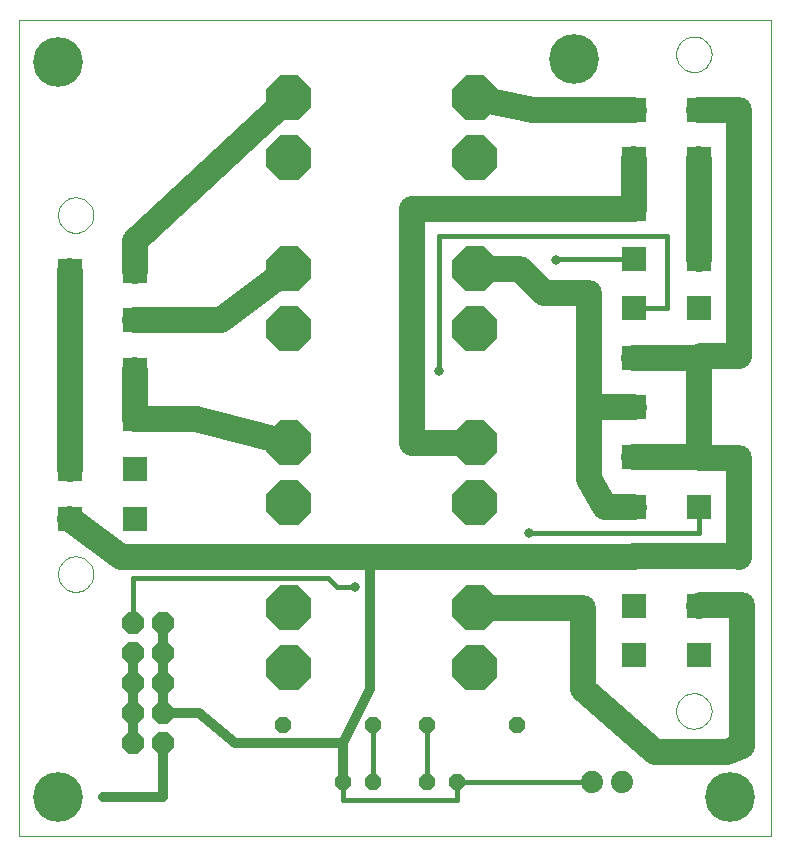
<source format=gbl>
G75*
G70*
%OFA0B0*%
%FSLAX24Y24*%
%IPPOS*%
%LPD*%
%AMOC8*
5,1,8,0,0,1.08239X$1,22.5*
%
%ADD10C,0.0000*%
%ADD11R,0.0827X0.0827*%
%ADD12OC8,0.1500*%
%ADD13OC8,0.0520*%
%ADD14C,0.0740*%
%ADD15OC8,0.0740*%
%ADD16C,0.0860*%
%ADD17C,0.0160*%
%ADD18C,0.0320*%
%ADD19C,0.0317*%
%ADD20C,0.1660*%
D10*
X000100Y000100D02*
X000100Y027296D01*
X025170Y027296D01*
X025170Y000100D01*
X000100Y000100D01*
X001407Y008816D02*
X001409Y008864D01*
X001415Y008912D01*
X001425Y008959D01*
X001438Y009005D01*
X001456Y009050D01*
X001476Y009094D01*
X001501Y009136D01*
X001529Y009175D01*
X001559Y009212D01*
X001593Y009246D01*
X001630Y009278D01*
X001668Y009307D01*
X001709Y009332D01*
X001752Y009354D01*
X001797Y009372D01*
X001843Y009386D01*
X001890Y009397D01*
X001938Y009404D01*
X001986Y009407D01*
X002034Y009406D01*
X002082Y009401D01*
X002130Y009392D01*
X002176Y009380D01*
X002221Y009363D01*
X002265Y009343D01*
X002307Y009320D01*
X002347Y009293D01*
X002385Y009263D01*
X002420Y009230D01*
X002452Y009194D01*
X002482Y009156D01*
X002508Y009115D01*
X002530Y009072D01*
X002550Y009028D01*
X002565Y008983D01*
X002577Y008936D01*
X002585Y008888D01*
X002589Y008840D01*
X002589Y008792D01*
X002585Y008744D01*
X002577Y008696D01*
X002565Y008649D01*
X002550Y008604D01*
X002530Y008560D01*
X002508Y008517D01*
X002482Y008476D01*
X002452Y008438D01*
X002420Y008402D01*
X002385Y008369D01*
X002347Y008339D01*
X002307Y008312D01*
X002265Y008289D01*
X002221Y008269D01*
X002176Y008252D01*
X002130Y008240D01*
X002082Y008231D01*
X002034Y008226D01*
X001986Y008225D01*
X001938Y008228D01*
X001890Y008235D01*
X001843Y008246D01*
X001797Y008260D01*
X001752Y008278D01*
X001709Y008300D01*
X001668Y008325D01*
X001630Y008354D01*
X001593Y008386D01*
X001559Y008420D01*
X001529Y008457D01*
X001501Y008496D01*
X001476Y008538D01*
X001456Y008582D01*
X001438Y008627D01*
X001425Y008673D01*
X001415Y008720D01*
X001409Y008768D01*
X001407Y008816D01*
X001407Y020784D02*
X001409Y020832D01*
X001415Y020880D01*
X001425Y020927D01*
X001438Y020973D01*
X001456Y021018D01*
X001476Y021062D01*
X001501Y021104D01*
X001529Y021143D01*
X001559Y021180D01*
X001593Y021214D01*
X001630Y021246D01*
X001668Y021275D01*
X001709Y021300D01*
X001752Y021322D01*
X001797Y021340D01*
X001843Y021354D01*
X001890Y021365D01*
X001938Y021372D01*
X001986Y021375D01*
X002034Y021374D01*
X002082Y021369D01*
X002130Y021360D01*
X002176Y021348D01*
X002221Y021331D01*
X002265Y021311D01*
X002307Y021288D01*
X002347Y021261D01*
X002385Y021231D01*
X002420Y021198D01*
X002452Y021162D01*
X002482Y021124D01*
X002508Y021083D01*
X002530Y021040D01*
X002550Y020996D01*
X002565Y020951D01*
X002577Y020904D01*
X002585Y020856D01*
X002589Y020808D01*
X002589Y020760D01*
X002585Y020712D01*
X002577Y020664D01*
X002565Y020617D01*
X002550Y020572D01*
X002530Y020528D01*
X002508Y020485D01*
X002482Y020444D01*
X002452Y020406D01*
X002420Y020370D01*
X002385Y020337D01*
X002347Y020307D01*
X002307Y020280D01*
X002265Y020257D01*
X002221Y020237D01*
X002176Y020220D01*
X002130Y020208D01*
X002082Y020199D01*
X002034Y020194D01*
X001986Y020193D01*
X001938Y020196D01*
X001890Y020203D01*
X001843Y020214D01*
X001797Y020228D01*
X001752Y020246D01*
X001709Y020268D01*
X001668Y020293D01*
X001630Y020322D01*
X001593Y020354D01*
X001559Y020388D01*
X001529Y020425D01*
X001501Y020464D01*
X001476Y020506D01*
X001456Y020550D01*
X001438Y020595D01*
X001425Y020641D01*
X001415Y020688D01*
X001409Y020736D01*
X001407Y020784D01*
X022011Y026145D02*
X022013Y026193D01*
X022019Y026241D01*
X022029Y026288D01*
X022042Y026334D01*
X022060Y026379D01*
X022080Y026423D01*
X022105Y026465D01*
X022133Y026504D01*
X022163Y026541D01*
X022197Y026575D01*
X022234Y026607D01*
X022272Y026636D01*
X022313Y026661D01*
X022356Y026683D01*
X022401Y026701D01*
X022447Y026715D01*
X022494Y026726D01*
X022542Y026733D01*
X022590Y026736D01*
X022638Y026735D01*
X022686Y026730D01*
X022734Y026721D01*
X022780Y026709D01*
X022825Y026692D01*
X022869Y026672D01*
X022911Y026649D01*
X022951Y026622D01*
X022989Y026592D01*
X023024Y026559D01*
X023056Y026523D01*
X023086Y026485D01*
X023112Y026444D01*
X023134Y026401D01*
X023154Y026357D01*
X023169Y026312D01*
X023181Y026265D01*
X023189Y026217D01*
X023193Y026169D01*
X023193Y026121D01*
X023189Y026073D01*
X023181Y026025D01*
X023169Y025978D01*
X023154Y025933D01*
X023134Y025889D01*
X023112Y025846D01*
X023086Y025805D01*
X023056Y025767D01*
X023024Y025731D01*
X022989Y025698D01*
X022951Y025668D01*
X022911Y025641D01*
X022869Y025618D01*
X022825Y025598D01*
X022780Y025581D01*
X022734Y025569D01*
X022686Y025560D01*
X022638Y025555D01*
X022590Y025554D01*
X022542Y025557D01*
X022494Y025564D01*
X022447Y025575D01*
X022401Y025589D01*
X022356Y025607D01*
X022313Y025629D01*
X022272Y025654D01*
X022234Y025683D01*
X022197Y025715D01*
X022163Y025749D01*
X022133Y025786D01*
X022105Y025825D01*
X022080Y025867D01*
X022060Y025911D01*
X022042Y025956D01*
X022029Y026002D01*
X022019Y026049D01*
X022013Y026097D01*
X022011Y026145D01*
X022011Y004255D02*
X022013Y004303D01*
X022019Y004351D01*
X022029Y004398D01*
X022042Y004444D01*
X022060Y004489D01*
X022080Y004533D01*
X022105Y004575D01*
X022133Y004614D01*
X022163Y004651D01*
X022197Y004685D01*
X022234Y004717D01*
X022272Y004746D01*
X022313Y004771D01*
X022356Y004793D01*
X022401Y004811D01*
X022447Y004825D01*
X022494Y004836D01*
X022542Y004843D01*
X022590Y004846D01*
X022638Y004845D01*
X022686Y004840D01*
X022734Y004831D01*
X022780Y004819D01*
X022825Y004802D01*
X022869Y004782D01*
X022911Y004759D01*
X022951Y004732D01*
X022989Y004702D01*
X023024Y004669D01*
X023056Y004633D01*
X023086Y004595D01*
X023112Y004554D01*
X023134Y004511D01*
X023154Y004467D01*
X023169Y004422D01*
X023181Y004375D01*
X023189Y004327D01*
X023193Y004279D01*
X023193Y004231D01*
X023189Y004183D01*
X023181Y004135D01*
X023169Y004088D01*
X023154Y004043D01*
X023134Y003999D01*
X023112Y003956D01*
X023086Y003915D01*
X023056Y003877D01*
X023024Y003841D01*
X022989Y003808D01*
X022951Y003778D01*
X022911Y003751D01*
X022869Y003728D01*
X022825Y003708D01*
X022780Y003691D01*
X022734Y003679D01*
X022686Y003670D01*
X022638Y003665D01*
X022590Y003664D01*
X022542Y003667D01*
X022494Y003674D01*
X022447Y003685D01*
X022401Y003699D01*
X022356Y003717D01*
X022313Y003739D01*
X022272Y003764D01*
X022234Y003793D01*
X022197Y003825D01*
X022163Y003859D01*
X022133Y003896D01*
X022105Y003935D01*
X022080Y003977D01*
X022060Y004021D01*
X022042Y004066D01*
X022029Y004112D01*
X022019Y004159D01*
X022013Y004207D01*
X022011Y004255D01*
D11*
X022783Y006106D03*
X022783Y007759D03*
X022783Y009413D03*
X022783Y011066D03*
X022783Y012720D03*
X022783Y014373D03*
X022783Y016027D03*
X022783Y017680D03*
X022783Y019334D03*
X022783Y020987D03*
X022783Y022641D03*
X022783Y024294D03*
X020617Y024294D03*
X020617Y022641D03*
X020617Y020987D03*
X020617Y019334D03*
X020617Y017680D03*
X020617Y016027D03*
X020617Y014373D03*
X020617Y012720D03*
X020617Y011066D03*
X020617Y009413D03*
X020617Y007759D03*
X020617Y006106D03*
X003983Y010666D03*
X003983Y012320D03*
X003983Y013973D03*
X003983Y015627D03*
X003983Y017280D03*
X003983Y018934D03*
X001817Y018934D03*
X001817Y017280D03*
X001817Y015627D03*
X001817Y013973D03*
X001817Y012320D03*
X001817Y010666D03*
D12*
X009100Y011200D03*
X009100Y013200D03*
X009100Y017000D03*
X009100Y019000D03*
X009100Y022700D03*
X009100Y024700D03*
X015300Y024700D03*
X015300Y022700D03*
X015300Y019000D03*
X015300Y017000D03*
X015300Y013200D03*
X015300Y011200D03*
X015300Y007700D03*
X015300Y005700D03*
X009100Y005700D03*
X009100Y007700D03*
D13*
X008900Y003800D03*
X010900Y001900D03*
X011900Y001900D03*
X013700Y001900D03*
X014700Y001900D03*
X013700Y003800D03*
X011900Y003800D03*
X016700Y003800D03*
D14*
X019200Y001900D03*
X020200Y001900D03*
D15*
X004900Y003200D03*
X004900Y004200D03*
X004900Y005200D03*
X004900Y006200D03*
X004900Y007200D03*
X003900Y007200D03*
X003900Y006200D03*
X003900Y005200D03*
X003900Y004200D03*
X003900Y003200D03*
D16*
X003500Y009400D02*
X001817Y010666D01*
X001817Y012320D02*
X001817Y013973D01*
X001817Y015627D01*
X001817Y017280D01*
X001817Y018934D01*
X003983Y018934D02*
X003983Y019913D01*
X009100Y024700D01*
X013200Y020987D02*
X013200Y013200D01*
X015300Y013200D01*
X011800Y009400D02*
X003500Y009400D01*
X003983Y013973D02*
X005997Y013973D01*
X009100Y013200D01*
X011800Y009400D02*
X020605Y009400D01*
X020617Y009413D01*
X022783Y009413D01*
X024087Y009413D01*
X024100Y009400D01*
X024100Y012700D01*
X022802Y012700D01*
X022783Y012720D01*
X022783Y014373D01*
X022783Y016027D01*
X022856Y016100D01*
X024100Y016100D01*
X024100Y024300D01*
X024094Y024294D01*
X022783Y024294D01*
X022783Y022641D02*
X022783Y020987D01*
X022783Y019334D01*
X020617Y020987D02*
X020617Y022641D01*
X020617Y024294D02*
X017224Y024294D01*
X015300Y024700D01*
X013200Y020987D02*
X020617Y020987D01*
X019100Y018200D02*
X019100Y014400D01*
X019100Y012000D01*
X019634Y011066D01*
X020617Y011066D01*
X020617Y012720D02*
X022783Y012720D01*
X020617Y014400D02*
X019100Y014400D01*
X020617Y016027D02*
X022783Y016027D01*
X019100Y018200D02*
X017600Y018200D01*
X016800Y019000D01*
X015300Y019000D01*
X009100Y019000D02*
X006850Y017280D01*
X003983Y017280D01*
X003983Y015627D02*
X003983Y013973D01*
X015300Y007700D02*
X018900Y007700D01*
X018900Y005000D01*
X021300Y002900D01*
X023700Y002900D01*
X024200Y003100D01*
X024200Y007800D01*
X022824Y007800D01*
X022783Y007759D01*
D17*
X022783Y010200D02*
X017100Y010200D01*
X020617Y014373D02*
X020617Y014400D01*
X020617Y017680D02*
X020617Y017700D01*
X021700Y017700D01*
X021700Y020100D01*
X014100Y020100D01*
X014100Y015600D01*
X018000Y019300D02*
X018000Y019334D01*
X020617Y019334D01*
X022783Y011066D02*
X022783Y010200D01*
X019200Y001900D02*
X014700Y001900D01*
X014700Y001300D01*
X010900Y001300D01*
X010900Y001900D01*
X011900Y001900D02*
X011900Y003800D01*
X013700Y003800D02*
X013700Y001900D01*
X011300Y008400D02*
X010700Y008400D01*
X010400Y008700D01*
X003900Y008700D01*
X003900Y007200D01*
D18*
X003900Y006200D02*
X003900Y005200D01*
X003900Y004200D01*
X003900Y003200D01*
X004900Y003200D02*
X004900Y001400D01*
X002900Y001400D01*
X004900Y004200D02*
X006100Y004200D01*
X007300Y003200D01*
X010900Y003200D01*
X011800Y005000D01*
X011800Y009400D01*
X010900Y003200D02*
X010900Y001900D01*
X004900Y004200D02*
X004900Y005200D01*
X004900Y006200D01*
X004900Y007200D01*
D19*
X002900Y001400D03*
X011300Y008400D03*
X017100Y010200D03*
X014100Y015600D03*
X018000Y019300D03*
D20*
X018600Y026000D03*
X001400Y025900D03*
X001400Y001400D03*
X023800Y001400D03*
M02*

</source>
